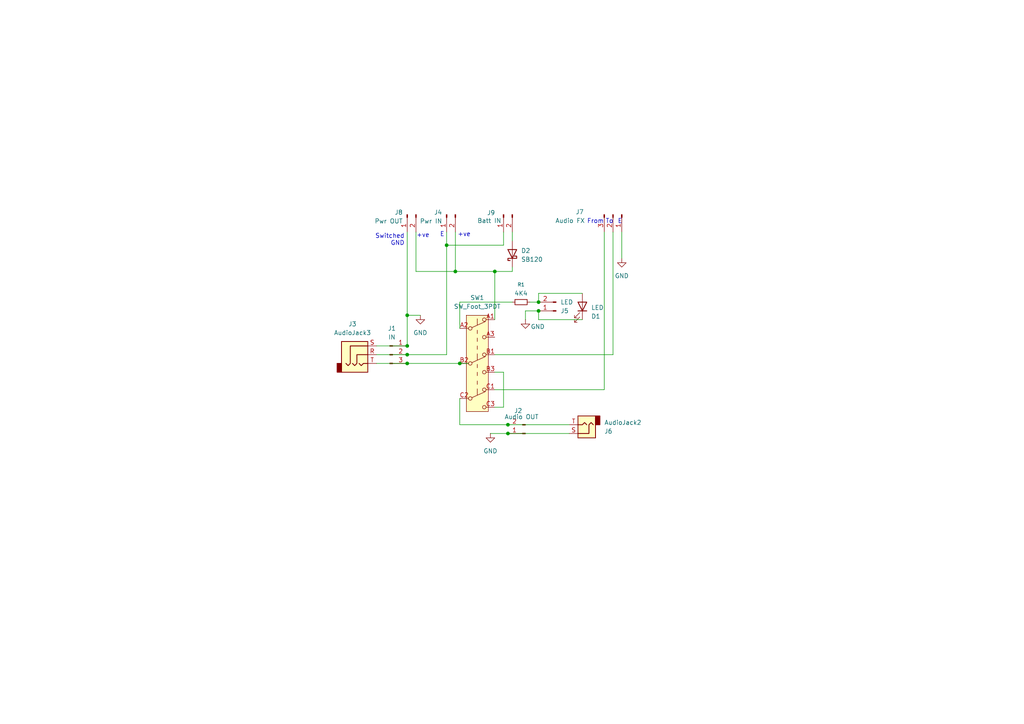
<source format=kicad_sch>
(kicad_sch (version 20250114) (generator "eeschema") (generator_version "9.0")
  (paper "A4")
  (title_block (title "Footswitch board") (date "2025-06-25") (rev "V1.1") (company "Andrew C R Martin") (comment 1 "V1.1 adds battery terminal"))
  (lib_symbols
    (symbol "Connector:Conn_01x02_Pin" (pin_names (offset 1.016) (hide yes))
      (property "Reference" "J" (at 0 2.54 0))
      (property "Value" "Conn_01x02_Pin" (at 0 -5.08 0))
      (symbol "Conn_01x02_Pin_1_1"
        (rectangle (start 0.8636 0.127) (end 0 -0.127) (stroke (width 0.1524)) (fill (type outline)))
        (rectangle (start 0.8636 -2.413) (end 0 -2.667) (stroke (width 0.1524)) (fill (type outline)))
        (polyline (pts (xy 1.27 0) (xy 0.8636 0)) (stroke (width 0.1524)))
        (polyline (pts (xy 1.27 -2.54) (xy 0.8636 -2.54)) (stroke (width 0.1524)))
        (pin passive line (at 5.08 0 180) (length 3.81) (name "Pin_1") (number "1"))
        (pin passive line (at 5.08 -2.54 180) (length 3.81) (name "Pin_2") (number "2"))
      )
    )
    (symbol "Connector:Conn_01x03_Pin" (pin_names (offset 1.016) (hide yes))
      (property "Reference" "J" (at 0 5.08 0))
      (property "Value" "Conn_01x03_Pin" (at 0 -5.08 0))
      (symbol "Conn_01x03_Pin_1_1"
        (rectangle (start 0.8636 2.667) (end 0 2.413) (stroke (width 0.1524)) (fill (type outline)))
        (rectangle (start 0.8636 0.127) (end 0 -0.127) (stroke (width 0.1524)) (fill (type outline)))
        (rectangle (start 0.8636 -2.413) (end 0 -2.667) (stroke (width 0.1524)) (fill (type outline)))
        (polyline (pts (xy 1.27 2.54) (xy 0.8636 2.54)) (stroke (width 0.1524)))
        (polyline (pts (xy 1.27 0) (xy 0.8636 0)) (stroke (width 0.1524)))
        (polyline (pts (xy 1.27 -2.54) (xy 0.8636 -2.54)) (stroke (width 0.1524)))
        (pin passive line (at 5.08 2.54 180) (length 3.81) (name "Pin_1") (number "1"))
        (pin passive line (at 5.08 0 180) (length 3.81) (name "Pin_2") (number "2"))
        (pin passive line (at 5.08 -2.54 180) (length 3.81) (name "Pin_3") (number "3"))
      )
    )
    (symbol "Connector_Audio:AudioJack2"
      (property "Reference" "J" (at 0 8.89 0))
      (property "Value" "AudioJack2" (at 0 6.35 0))
      (symbol "AudioJack2_0_1"
        (rectangle (start -3.81 0) (end -2.54 -2.54) (stroke (width 0.254)) (fill (type outline)))
        (rectangle (start -2.54 3.81) (end 2.54 -2.54) (stroke (width 0.254)) (fill (type background)))
        (polyline (pts (xy 0 0) (xy 0.635 -0.635) (xy 1.27 0) (xy 2.54 0)) (stroke (width 0.254)))
        (polyline (pts (xy 2.54 2.54) (xy -0.635 2.54) (xy -0.635 0) (xy -1.27 -0.635) (xy -1.905 0)) (stroke (width 0.254)))
      )
      (symbol "AudioJack2_1_1"
        (pin passive line (at 5.08 2.54 180) (length 2.54) (name "~") (number "S"))
        (pin passive line (at 5.08 0 180) (length 2.54) (name "~") (number "T"))
      )
    )
    (symbol "Connector_Audio:AudioJack3"
      (property "Reference" "J" (at 0 8.89 0))
      (property "Value" "AudioJack3" (at 0 6.35 0))
      (symbol "AudioJack3_0_1"
        (rectangle (start -5.08 -5.08) (end -6.35 -2.54) (stroke (width 0.254)) (fill (type outline)))
        (polyline (pts (xy -1.905 -2.54) (xy -1.27 -3.175) (xy -0.635 -2.54) (xy -0.635 0) (xy 2.54 0)) (stroke (width 0.254)))
        (polyline (pts (xy 0 -2.54) (xy 0.635 -3.175) (xy 1.27 -2.54) (xy 2.54 -2.54)) (stroke (width 0.254)))
        (rectangle (start 2.54 3.81) (end -5.08 -5.08) (stroke (width 0.254)) (fill (type background)))
        (polyline (pts (xy 2.54 2.54) (xy -2.54 2.54) (xy -2.54 -2.54) (xy -3.175 -3.175) (xy -3.81 -2.54)) (stroke (width 0.254)))
      )
      (symbol "AudioJack3_1_1"
        (pin passive line (at 5.08 2.54 180) (length 2.54) (name "~") (number "S"))
        (pin passive line (at 5.08 0 180) (length 2.54) (name "~") (number "R"))
        (pin passive line (at 5.08 -2.54 180) (length 2.54) (name "~") (number "T"))
      )
    )
    (symbol "Device:LED" (pin_numbers (hide yes)) (pin_names (offset 1.016) (hide yes))
      (property "Reference" "D" (at 0 2.54 0))
      (property "Value" "LED" (at 0 -2.54 0))
      (symbol "LED_0_1"
        (polyline (pts (xy -3.048 -0.762) (xy -4.572 -2.286) (xy -3.81 -2.286) (xy -4.572 -2.286) (xy -4.572 -1.524)))
        (polyline (pts (xy -1.778 -0.762) (xy -3.302 -2.286) (xy -2.54 -2.286) (xy -3.302 -2.286) (xy -3.302 -1.524)))
        (polyline (pts (xy -1.27 0) (xy 1.27 0)))
        (polyline (pts (xy -1.27 -1.27) (xy -1.27 1.27)) (stroke (width 0.254)))
        (polyline (pts (xy 1.27 -1.27) (xy 1.27 1.27) (xy -1.27 0) (xy 1.27 -1.27)) (stroke (width 0.254)))
      )
      (symbol "LED_1_1"
        (pin passive line (at -3.81 0 0) (length 2.54) (name "K") (number "1"))
        (pin passive line (at 3.81 0 180) (length 2.54) (name "A") (number "2"))
      )
    )
    (symbol "Device:R_Small" (pin_numbers (hide yes)) (pin_names (offset 0.254) (hide yes))
      (property "Reference" "R" (at 0 0 90))
      (property "Value" "R_Small" (at 1.778 0 90))
      (symbol "R_Small_0_1"
        (rectangle (start -0.762 1.778) (end 0.762 -1.778) (stroke (width 0.2032)))
      )
      (symbol "R_Small_1_1"
        (pin passive line (at 0 2.54 270) (length 0.762) (name "~") (number "1"))
        (pin passive line (at 0 -2.54 90) (length 0.762) (name "~") (number "2"))
      )
    )
    (symbol "Diode:SB120" (pin_numbers (hide yes)) (pin_names (offset 1.016) (hide yes))
      (property "Reference" "D" (at 0 2.54 0))
      (property "Value" "SB120" (at 0 -2.54 0))
      (symbol "SB120_0_1"
        (polyline (pts (xy -1.905 0.635) (xy -1.905 1.27) (xy -1.27 1.27) (xy -1.27 -1.27) (xy -0.635 -1.27) (xy -0.635 -0.635)) (stroke (width 0.254)))
        (polyline (pts (xy 1.27 1.27) (xy 1.27 -1.27) (xy -1.27 0) (xy 1.27 1.27)) (stroke (width 0.254)))
        (polyline (pts (xy 1.27 0) (xy -1.27 0)))
      )
      (symbol "SB120_1_1"
        (pin passive line (at -3.81 0 0) (length 2.54) (name "K") (number "1"))
        (pin passive line (at 3.81 0 180) (length 2.54) (name "A") (number "2"))
      )
    )
    (symbol "FS:SW_Foot_3PDT" (pin_names (offset 0) (hide yes))
      (property "Reference" "SW" (at 0 10.16 0))
      (property "Value" "SW_Foot_3PDT" (at -0.254 -20.828 0))
      (symbol "SW_Foot_3PDT_0_0"
        (circle (center -2.032 5.08) (radius 0.508))
        (circle (center -2.032 -5.08) (radius 0.508))
        (circle (center -2.032 -15.24) (radius 0.508))
        (circle (center 2.032 2.54) (radius 0.508))
        (circle (center 2.032 -7.62) (radius 0.508))
        (circle (center 2.032 -17.78) (radius 0.508))
      )
      (symbol "SW_Foot_3PDT_0_1"
        (polyline (pts (xy -1.524 5.334) (xy 2.3368 7.0612)))
        (polyline (pts (xy -1.524 -4.826) (xy 2.3368 -3.0988)))
        (polyline (pts (xy -1.524 -14.986) (xy 2.3368 -13.2588)))
        (polyline (pts (xy 0 7.874) (xy 0 6.096)))
        (polyline (pts (xy 0 3.556) (xy 0 4.572)))
        (polyline (pts (xy 0 1.27) (xy 0 2.286)))
        (polyline (pts (xy 0 -1.016) (xy 0 0)))
        (polyline (pts (xy 0 -2.286) (xy 0 -4.064)))
        (polyline (pts (xy 0 -6.35) (xy 0 -5.334)))
        (polyline (pts (xy 0 -8.636) (xy 0 -7.62)))
        (polyline (pts (xy 0 -11.176) (xy 0 -10.16)))
        (polyline (pts (xy 0 -12.446) (xy 0 -14.224)))
        (circle (center 2.032 7.62) (radius 0.508))
        (circle (center 2.032 -2.54) (radius 0.508))
        (circle (center 2.032 -12.7) (radius 0.508))
      )
      (symbol "SW_Foot_3PDT_1_1"
        (rectangle (start -3.175 8.89) (end 3.175 -19.05) (fill (type background)))
        (pin passive line (at -5.08 5.08 0) (length 2.54) (name "B") (number "A2"))
        (pin passive line (at -5.08 -5.08 0) (length 2.54) (name "B") (number "B2"))
        (pin passive line (at -5.08 -15.24 0) (length 2.54) (name "B") (number "C2"))
        (pin passive line (at 5.08 7.62 180) (length 2.54) (name "A") (number "A1"))
        (pin passive line (at 5.08 2.54 180) (length 2.54) (name "C") (number "A3"))
        (pin passive line (at 5.08 -2.54 180) (length 2.54) (name "A") (number "B1"))
        (pin passive line (at 5.08 -7.62 180) (length 2.54) (name "C") (number "B3"))
        (pin passive line (at 5.08 -12.7 180) (length 2.54) (name "A") (number "C1"))
        (pin passive line (at 5.08 -17.78 180) (length 2.54) (name "C") (number "C3"))
      )
    )
    (symbol "power:GND" (power) (pin_numbers (hide yes)) (pin_names (offset 0) (hide yes))
      (property "Value" "GND" (at 0 -3.81 0))
      (symbol "GND_0_1"
        (polyline (pts (xy 0 0) (xy 0 -1.27) (xy 1.27 -1.27) (xy 0 -2.54) (xy -1.27 -1.27) (xy 0 -1.27)))
      )
      (symbol "GND_1_1"
        (pin power_in line (at 0 0 270) (length 0) (name "~") (number "1"))
      )
    )
  )
  (text "+ve" (at 122.682 68.326 0) (effects (font (size 1.27 1.27))))
  (text "E" (at 179.832 64.262 0) (effects (font (size 1.27 1.27))))
  (text "Switched\nGND" (at 117.348 69.596 0) (effects (font (size 1.27 1.27)) (justify right)))
  (text "E" (at 128.27 68.072 0) (effects (font (size 1.27 1.27))))
  (text "+ve" (at 134.62 68.072 0) (effects (font (size 1.27 1.27))))
  (text "From" (at 172.72 64.262 0) (effects (font (size 1.27 1.27))))
  (text "To" (at 176.784 64.262 0) (effects (font (size 1.27 1.27))))
  (junction (at 147.32 123.19))
  (junction (at 129.54 71.12))
  (junction (at 133.35 105.41))
  (junction (at 143.51 78.74))
  (junction (at 132.08 78.74))
  (junction (at 147.32 125.73))
  (junction (at 156.21 90.17))
  (junction (at 118.11 105.41))
  (junction (at 156.21 87.63))
  (junction (at 118.11 100.33))
  (junction (at 118.11 102.87))
  (junction (at 118.11 91.44))
  (wire (pts (xy 146.05 118.11) (xy 143.51 118.11)))
  (wire (pts (xy 129.54 71.12) (xy 129.54 102.87)))
  (wire (pts (xy 147.32 125.73) (xy 165.1 125.73)))
  (wire (pts (xy 175.26 67.31) (xy 175.26 113.03)))
  (wire (pts (xy 156.21 90.17) (xy 152.4 90.17)))
  (wire (pts (xy 153.67 87.63) (xy 156.21 87.63)))
  (wire (pts (xy 143.51 78.74) (xy 143.51 92.71)))
  (wire (pts (xy 180.34 67.31) (xy 180.34 74.93)))
  (wire (pts (xy 156.21 85.09) (xy 168.91 85.09)))
  (wire (pts (xy 129.54 102.87) (xy 118.11 102.87)))
  (wire (pts (xy 135.89 105.41) (xy 133.35 105.41)))
  (wire (pts (xy 156.21 90.17) (xy 156.21 92.71)))
  (wire (pts (xy 109.22 100.33) (xy 118.11 100.33)))
  (wire (pts (xy 142.24 125.73) (xy 147.32 125.73)))
  (wire (pts (xy 120.65 78.74) (xy 132.08 78.74)))
  (wire (pts (xy 147.32 123.19) (xy 165.1 123.19)))
  (wire (pts (xy 146.05 107.95) (xy 146.05 118.11)))
  (wire (pts (xy 143.51 102.87) (xy 177.8 102.87)))
  (wire (pts (xy 118.11 105.41) (xy 133.35 105.41)))
  (wire (pts (xy 132.08 78.74) (xy 143.51 78.74)))
  (wire (pts (xy 143.51 78.74) (xy 148.59 78.74)))
  (wire (pts (xy 120.65 67.31) (xy 120.65 78.74)))
  (wire (pts (xy 152.4 90.17) (xy 152.4 92.71)))
  (wire (pts (xy 109.22 105.41) (xy 118.11 105.41)))
  (wire (pts (xy 156.21 92.71) (xy 168.91 92.71)))
  (wire (pts (xy 143.51 107.95) (xy 146.05 107.95)))
  (wire (pts (xy 129.54 67.31) (xy 129.54 71.12)))
  (wire (pts (xy 132.08 67.31) (xy 132.08 78.74)))
  (wire (pts (xy 146.05 67.31) (xy 146.05 71.12)))
  (wire (pts (xy 118.11 67.31) (xy 118.11 91.44)))
  (wire (pts (xy 133.35 87.63) (xy 148.59 87.63)))
  (wire (pts (xy 133.35 95.25) (xy 133.35 87.63)))
  (wire (pts (xy 148.59 67.31) (xy 148.59 69.85)))
  (wire (pts (xy 146.05 71.12) (xy 129.54 71.12)))
  (wire (pts (xy 118.11 91.44) (xy 118.11 100.33)))
  (wire (pts (xy 156.21 87.63) (xy 156.21 85.09)))
  (wire (pts (xy 133.35 123.19) (xy 147.32 123.19)))
  (wire (pts (xy 118.11 91.44) (xy 121.92 91.44)))
  (wire (pts (xy 133.35 123.19) (xy 133.35 115.57)))
  (wire (pts (xy 148.59 78.74) (xy 148.59 77.47)))
  (wire (pts (xy 109.22 102.87) (xy 118.11 102.87)))
  (wire (pts (xy 177.8 67.31) (xy 177.8 102.87)))
  (wire (pts (xy 143.51 113.03) (xy 175.26 113.03)))
  (symbol (lib_id "Connector:Conn_01x02_Pin") (at 118.11 62.23 90) (mirror x) (unit 1)
    (property "Reference" "J8" (at 116.84 61.5949 90) (effects (justify left)))
    (property "Value" "Pwr OUT" (at 116.84 64.1349 90) (effects (justify left)))
    (property "Footprint" "Connector_Molex:Molex_KK-254_AE-6410-02A_1x02_P2.54mm_Vertical" (effects (hide yes)))
    (property "Description" "Generic connector, single row, 01x02, script generated" (effects (hide yes)))
  )
  (symbol (lib_id "Connector:Conn_01x02_Pin") (at 152.4 125.73 180) (unit 1)
    (property "Reference" "J2" (at 149.098 119.126 0) (effects (justify right)))
    (property "Value" "Audio OUT" (at 146.304 120.904 0) (effects (justify right)))
    (property "Footprint" "Connector_Molex:Molex_KK-254_AE-6410-02A_1x02_P2.54mm_Vertical" (effects (hide yes)))
    (property "Description" "Generic connector, single row, 01x02, script generated" (effects (hide yes)))
  )
  (symbol (lib_id "Connector:Conn_01x03_Pin") (at 177.8 62.23 270) (unit 1)
    (property "Reference" "J7" (at 168.148 61.468 90))
    (property "Value" "Audio FX" (at 165.354 64.008 90))
    (property "Footprint" "Connector_Molex:Molex_KK-254_AE-6410-03A_1x03_P2.54mm_Vertical" (effects (hide yes)))
    (property "Description" "Generic connector, single row, 01x03, script generated" (effects (hide yes)))
  )
  (symbol (lib_id "Connector_Audio:AudioJack2") (at 170.18 123.19 180) (unit 1) (on_board no)
    (property "Reference" "J6" (at 175.26 125.0951 0) (effects (justify right)))
    (property "Value" "AudioJack2" (at 175.26 122.5551 0) (effects (justify right)))
    (property "Description" "Audio Jack, 2 Poles (Mono / TS)" (effects (hide yes)))
  )
  (symbol (lib_id "Connector:Conn_01x03_Pin") (at 113.03 102.87 0) (unit 1)
    (property "Reference" "J1" (at 113.665 95.25 0))
    (property "Value" "IN" (at 113.665 97.79 0))
    (property "Footprint" "Connector_Molex:Molex_KK-254_AE-6410-03A_1x03_P2.54mm_Vertical" (effects (hide yes)))
    (property "Description" "Generic connector, single row, 01x03, script generated" (effects (hide yes)))
  )
  (symbol (lib_id "Device:LED") (at 168.91 88.9 270) (mirror x) (unit 1) (on_board no)
    (property "Reference" "D1" (at 171.45 91.7576 90) (effects (justify left)))
    (property "Value" "LED" (at 171.45 89.2176 90) (effects (justify left)))
    (property "Description" "Light emitting diode" (effects (hide yes)))
    (property "Sim.Pins" "1=K 2=A" (effects (hide yes)))
  )
  (symbol (lib_id "Connector_Audio:AudioJack3") (at 104.14 102.87 0) (unit 1) (on_board no)
    (property "Reference" "J3" (at 102.235 93.98 0))
    (property "Value" "AudioJack3" (at 102.235 96.52 0))
    (property "Description" "Audio Jack, 3 Poles (Stereo / TRS)" (effects (hide yes)))
  )
  (symbol (lib_id "Connector:Conn_01x02_Pin") (at 146.05 62.23 90) (mirror x) (unit 1)
    (property "Reference" "J9" (at 141.224 61.722 90) (effects (justify right)))
    (property "Value" "Batt IN" (at 138.43 64.008 90) (effects (justify right)))
    (property "Footprint" "Connector_Molex:Molex_KK-254_AE-6410-02A_1x02_P2.54mm_Vertical" (effects (hide yes)))
    (property "Description" "Generic connector, single row, 01x02, script generated" (effects (hide yes)))
  )
  (symbol (lib_id "FS:SW_Foot_3PDT") (at 138.43 100.33 0) (unit 1)
    (property "Reference" "SW1" (at 138.43 86.36 0))
    (property "Value" "SW_Foot_3PDT" (at 138.43 88.9 0))
    (property "Footprint" "ACRM:3PDT_FS" (effects (hide yes)))
    (property "Description" "Latching Switch, triple pole double throw" (effects (hide yes)))
  )
  (symbol (lib_id "power:GND") (at 121.92 91.44 0) (unit 1)
    (property "Reference" "#PWR01" (effects (hide yes)))
    (property "Value" "GND" (at 121.92 96.52 0))
    (property "Description" "Power symbol creates a global label with name \"GND\" , ground" (effects (hide yes)))
  )
  (symbol (lib_id "power:GND") (at 142.24 125.73 0) (unit 1)
    (property "Reference" "#PWR02" (effects (hide yes)))
    (property "Value" "GND" (at 142.24 130.81 0))
    (property "Description" "Power symbol creates a global label with name \"GND\" , ground" (effects (hide yes)))
  )
  (symbol (lib_id "Diode:SB120") (at 148.59 73.66 90) (unit 1)
    (property "Reference" "D2" (at 151.13 72.7074 90) (effects (justify right)))
    (property "Value" "SB120" (at 151.13 75.2474 90) (effects (justify right)))
    (property "Footprint" "Diode_THT:D_DO-41_SOD81_P2.54mm_Vertical_AnodeUp" (effects (hide yes)))
    (property "Datasheet" "http://www.diodes.com/_files/datasheets/ds23022.pdf" (effects (hide yes)))
    (property "Description" "20V 1A Schottky Barrier Rectifier Diode, DO-41" (effects (hide yes)))
  )
  (symbol (lib_id "Connector:Conn_01x02_Pin") (at 129.54 62.23 90) (mirror x) (unit 1)
    (property "Reference" "J4" (at 128.27 61.5949 90) (effects (justify left)))
    (property "Value" "Pwr IN" (at 128.27 64.1349 90) (effects (justify left)))
    (property "Footprint" "Connector_Molex:Molex_KK-254_AE-6410-02A_1x02_P2.54mm_Vertical" (effects (hide yes)))
    (property "Description" "Generic connector, single row, 01x02, script generated" (effects (hide yes)))
  )
  (symbol (lib_id "Device:R_Small") (at 151.13 87.63 90) (unit 1)
    (property "Reference" "R1" (at 151.13 82.55 90) (effects (font (size 1.016 1.016))))
    (property "Value" "4K4" (at 151.13 85.09 90))
    (property "Footprint" "Resistor_THT:R_Axial_DIN0207_L6.3mm_D2.5mm_P2.54mm_Vertical" (effects (hide yes)))
    (property "Description" "Resistor, small symbol" (effects (hide yes)))
  )
  (symbol (lib_id "power:GND") (at 152.4 92.71 0) (unit 1)
    (property "Reference" "#PWR03" (effects (hide yes)))
    (property "Value" "GND" (at 155.956 94.742 0))
    (property "Description" "Power symbol creates a global label with name \"GND\" , ground" (effects (hide yes)))
  )
  (symbol (lib_id "power:GND") (at 180.34 74.93 0) (unit 1)
    (property "Reference" "#PWR04" (effects (hide yes)))
    (property "Value" "GND" (at 180.34 80.01 0))
    (property "Description" "Power symbol creates a global label with name \"GND\" , ground" (effects (hide yes)))
  )
  (symbol (lib_id "Connector:Conn_01x02_Pin") (at 161.29 90.17 180) (unit 1)
    (property "Reference" "J5" (at 162.56 90.1701 0) (effects (justify right)))
    (property "Value" "LED" (at 162.56 87.6301 0) (effects (justify right)))
    (property "Footprint" "Connector_Molex:Molex_KK-254_AE-6410-02A_1x02_P2.54mm_Vertical" (effects (hide yes)))
    (property "Description" "Generic connector, single row, 01x02, script generated" (effects (hide yes)))
  )
)
</source>
